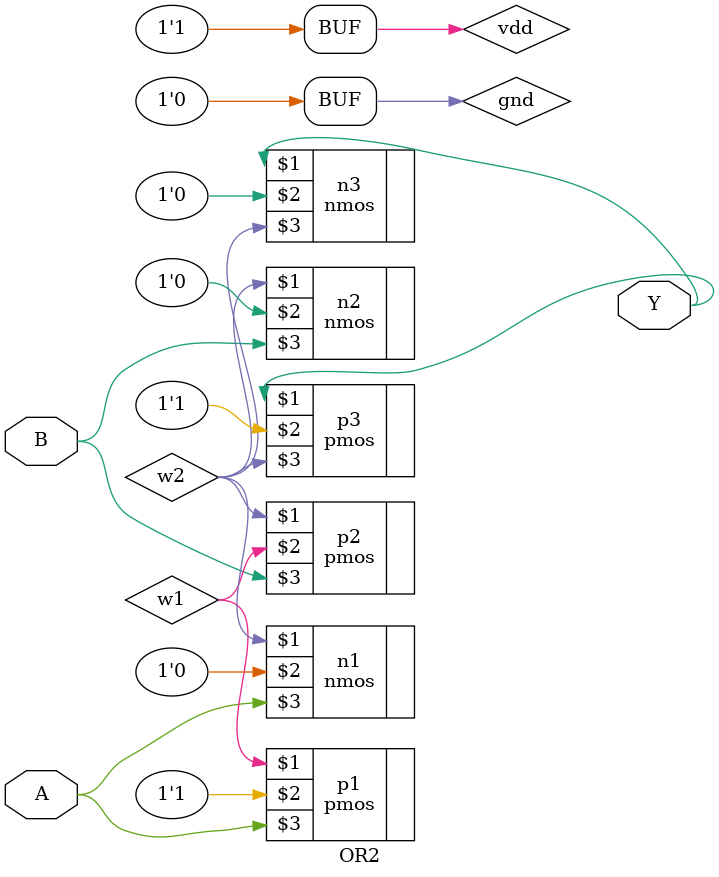
<source format=sv>
module OR2 (
    output  wire                        Y,
    input   wire                        A,
    input   wire                        B
);

    wire                                w1, w2;
    supply1                             vdd;
    supply0                             gnd;

    // VDD      -----------+---------------+-----
    //                  p1 |            p3 |
    //               a --o|           ---o|
    //                  p2 | w1       |    |
    //               b --o|           |    |
    //                     |          |    |
    //                 +---+---+--w2--+    +---- Y
    //              n1 |    n2 |      | n3 |
    //           a ---|  b ---|       ----|
    //                 |       |           |
    // GND      -------+-------+-----------+----

    pmos    p1(w1, vdd, A);
    pmos    p2(w2, w1, B);
    pmos    p3(Y, vdd, w2);
    nmos    n1(w2, gnd, A);
    nmos    n2(w2, gnd, B);
    nmos    n3(Y, gnd, w2);

endmodule

</source>
